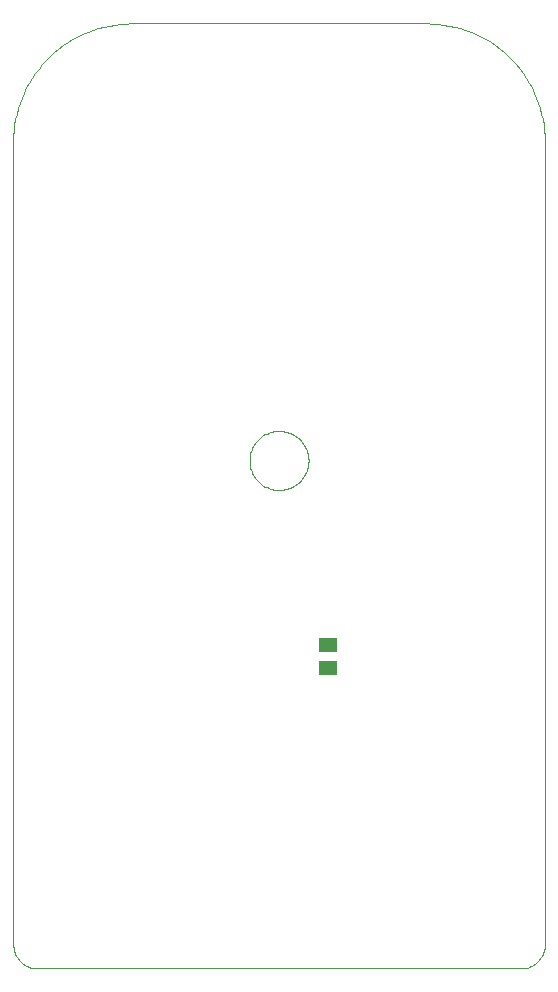
<source format=gbp>
G75*
G70*
%OFA0B0*%
%FSLAX24Y24*%
%IPPOS*%
%LPD*%
%AMOC8*
5,1,8,0,0,1.08239X$1,22.5*
%
%ADD10C,0.0000*%
%ADD11R,0.0630X0.0512*%
D10*
X000100Y000887D02*
X000100Y027659D01*
X000104Y027846D01*
X000118Y028033D01*
X000140Y028219D01*
X000171Y028404D01*
X000211Y028587D01*
X000259Y028768D01*
X000317Y028947D01*
X000382Y029122D01*
X000456Y029294D01*
X000538Y029463D01*
X000627Y029628D01*
X000725Y029788D01*
X000830Y029943D01*
X000942Y030093D01*
X001062Y030237D01*
X001188Y030376D01*
X001320Y030508D01*
X001459Y030634D01*
X001603Y030754D01*
X001753Y030866D01*
X001908Y030971D01*
X002068Y031069D01*
X002233Y031158D01*
X002402Y031240D01*
X002574Y031314D01*
X002749Y031379D01*
X002928Y031437D01*
X003109Y031485D01*
X003292Y031525D01*
X003477Y031556D01*
X003663Y031578D01*
X003850Y031592D01*
X004037Y031596D01*
X013880Y031596D01*
X014067Y031592D01*
X014254Y031578D01*
X014440Y031556D01*
X014625Y031525D01*
X014808Y031485D01*
X014989Y031437D01*
X015168Y031379D01*
X015343Y031314D01*
X015515Y031240D01*
X015684Y031158D01*
X015848Y031069D01*
X016009Y030971D01*
X016164Y030866D01*
X016314Y030754D01*
X016458Y030634D01*
X016597Y030508D01*
X016729Y030376D01*
X016855Y030237D01*
X016975Y030093D01*
X017087Y029943D01*
X017192Y029788D01*
X017290Y029628D01*
X017379Y029463D01*
X017461Y029294D01*
X017535Y029122D01*
X017600Y028947D01*
X017658Y028768D01*
X017706Y028587D01*
X017746Y028404D01*
X017777Y028219D01*
X017799Y028033D01*
X017813Y027846D01*
X017817Y027659D01*
X017817Y000887D01*
X017816Y000887D02*
X017814Y000833D01*
X017809Y000780D01*
X017800Y000727D01*
X017787Y000675D01*
X017771Y000623D01*
X017751Y000573D01*
X017728Y000525D01*
X017701Y000478D01*
X017672Y000433D01*
X017639Y000390D01*
X017604Y000350D01*
X017566Y000312D01*
X017526Y000277D01*
X017483Y000244D01*
X017438Y000215D01*
X017391Y000188D01*
X017343Y000165D01*
X017293Y000145D01*
X017241Y000129D01*
X017189Y000116D01*
X017136Y000107D01*
X017083Y000102D01*
X017029Y000100D01*
X000887Y000100D01*
X000833Y000102D01*
X000780Y000107D01*
X000727Y000116D01*
X000675Y000129D01*
X000623Y000145D01*
X000573Y000165D01*
X000525Y000188D01*
X000478Y000215D01*
X000433Y000244D01*
X000390Y000277D01*
X000350Y000312D01*
X000312Y000350D01*
X000277Y000390D01*
X000244Y000433D01*
X000215Y000478D01*
X000188Y000525D01*
X000165Y000573D01*
X000145Y000623D01*
X000129Y000675D01*
X000116Y000727D01*
X000107Y000780D01*
X000102Y000833D01*
X000100Y000887D01*
X007974Y017029D02*
X007976Y017091D01*
X007982Y017154D01*
X007992Y017215D01*
X008006Y017276D01*
X008023Y017336D01*
X008044Y017395D01*
X008070Y017452D01*
X008098Y017507D01*
X008130Y017561D01*
X008166Y017612D01*
X008204Y017662D01*
X008246Y017708D01*
X008290Y017752D01*
X008338Y017793D01*
X008387Y017831D01*
X008439Y017865D01*
X008493Y017896D01*
X008549Y017924D01*
X008607Y017948D01*
X008666Y017969D01*
X008726Y017985D01*
X008787Y017998D01*
X008849Y018007D01*
X008911Y018012D01*
X008974Y018013D01*
X009036Y018010D01*
X009098Y018003D01*
X009160Y017992D01*
X009220Y017977D01*
X009280Y017959D01*
X009338Y017937D01*
X009395Y017911D01*
X009450Y017881D01*
X009503Y017848D01*
X009554Y017812D01*
X009602Y017773D01*
X009648Y017730D01*
X009691Y017685D01*
X009731Y017637D01*
X009768Y017587D01*
X009802Y017534D01*
X009833Y017480D01*
X009859Y017424D01*
X009883Y017366D01*
X009902Y017306D01*
X009918Y017246D01*
X009930Y017184D01*
X009938Y017123D01*
X009942Y017060D01*
X009942Y016998D01*
X009938Y016935D01*
X009930Y016874D01*
X009918Y016812D01*
X009902Y016752D01*
X009883Y016692D01*
X009859Y016634D01*
X009833Y016578D01*
X009802Y016524D01*
X009768Y016471D01*
X009731Y016421D01*
X009691Y016373D01*
X009648Y016328D01*
X009602Y016285D01*
X009554Y016246D01*
X009503Y016210D01*
X009450Y016177D01*
X009395Y016147D01*
X009338Y016121D01*
X009280Y016099D01*
X009220Y016081D01*
X009160Y016066D01*
X009098Y016055D01*
X009036Y016048D01*
X008974Y016045D01*
X008911Y016046D01*
X008849Y016051D01*
X008787Y016060D01*
X008726Y016073D01*
X008666Y016089D01*
X008607Y016110D01*
X008549Y016134D01*
X008493Y016162D01*
X008439Y016193D01*
X008387Y016227D01*
X008338Y016265D01*
X008290Y016306D01*
X008246Y016350D01*
X008204Y016396D01*
X008166Y016446D01*
X008130Y016497D01*
X008098Y016551D01*
X008070Y016606D01*
X008044Y016663D01*
X008023Y016722D01*
X008006Y016782D01*
X007992Y016843D01*
X007982Y016904D01*
X007976Y016967D01*
X007974Y017029D01*
D11*
X010576Y010876D03*
X010576Y010128D03*
M02*

</source>
